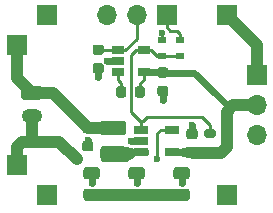
<source format=gtl>
%TF.GenerationSoftware,KiCad,Pcbnew,(5.1.9)-1*%
%TF.CreationDate,2021-09-17T21:45:03+01:00*%
%TF.ProjectId,led-addon,6c65642d-6164-4646-9f6e-2e6b69636164,rev?*%
%TF.SameCoordinates,Original*%
%TF.FileFunction,Copper,L1,Top*%
%TF.FilePolarity,Positive*%
%FSLAX46Y46*%
G04 Gerber Fmt 4.6, Leading zero omitted, Abs format (unit mm)*
G04 Created by KiCad (PCBNEW (5.1.9)-1) date 2021-09-17 21:45:03*
%MOMM*%
%LPD*%
G01*
G04 APERTURE LIST*
%TA.AperFunction,ComponentPad*%
%ADD10O,1.700000X1.700000*%
%TD*%
%TA.AperFunction,ComponentPad*%
%ADD11R,1.700000X1.700000*%
%TD*%
%TA.AperFunction,SMDPad,CuDef*%
%ADD12R,0.700000X0.600000*%
%TD*%
%TA.AperFunction,SMDPad,CuDef*%
%ADD13R,1.060000X0.650000*%
%TD*%
%TA.AperFunction,ComponentPad*%
%ADD14O,1.750000X1.200000*%
%TD*%
%TA.AperFunction,SMDPad,CuDef*%
%ADD15R,1.220000X0.650000*%
%TD*%
%TA.AperFunction,ViaPad*%
%ADD16C,0.600000*%
%TD*%
%TA.AperFunction,Conductor*%
%ADD17C,0.600000*%
%TD*%
%TA.AperFunction,Conductor*%
%ADD18C,1.000000*%
%TD*%
%TA.AperFunction,Conductor*%
%ADD19C,0.250000*%
%TD*%
%TA.AperFunction,Conductor*%
%ADD20C,0.254000*%
%TD*%
%TA.AperFunction,Conductor*%
%ADD21C,0.100000*%
%TD*%
G04 APERTURE END LIST*
D10*
%TO.P,SW1,3*%
%TO.N,N/C*%
X43180000Y-35560000D03*
%TO.P,SW1,2*%
%TO.N,VCC*%
X43180000Y-33020000D03*
D11*
%TO.P,SW1,1*%
%TO.N,Net-(J1-Pad1)*%
X43180000Y-30480000D03*
%TD*%
D12*
%TO.P,D3,1*%
%TO.N,Net-(D3-Pad1)*%
X36703000Y-27494000D03*
%TO.P,D3,2*%
%TO.N,Net-(D2-Pad1)*%
X36703000Y-28894000D03*
%TD*%
%TO.P,D2,1*%
%TO.N,Net-(D2-Pad1)*%
X35179000Y-28894000D03*
%TO.P,D2,2*%
%TO.N,Net-(D2-Pad2)*%
X35179000Y-27494000D03*
%TD*%
D13*
%TO.P,U2,5*%
%TO.N,Net-(D2-Pad1)*%
X33612000Y-28387000D03*
%TO.P,U2,4*%
%TO.N,VCC*%
X33612000Y-30287000D03*
%TO.P,U2,3*%
%TO.N,Net-(R5-Pad2)*%
X31412000Y-30287000D03*
%TO.P,U2,2*%
%TO.N,GND*%
X31412000Y-29337000D03*
%TO.P,U2,1*%
%TO.N,Net-(C4-Pad1)*%
X31412000Y-28387000D03*
%TD*%
D10*
%TO.P,RV1,3*%
%TO.N,Net-(D2-Pad2)*%
X30480000Y-25400000D03*
%TO.P,RV1,2*%
%TO.N,Net-(C4-Pad1)*%
X33020000Y-25400000D03*
D11*
%TO.P,RV1,1*%
%TO.N,Net-(D3-Pad1)*%
X35560000Y-25400000D03*
%TD*%
%TO.P,R5,2*%
%TO.N,Net-(R5-Pad2)*%
%TA.AperFunction,SMDPad,CuDef*%
G36*
G01*
X32162000Y-31684250D02*
X32162000Y-32196750D01*
G75*
G02*
X31943250Y-32415500I-218750J0D01*
G01*
X31505750Y-32415500D01*
G75*
G02*
X31287000Y-32196750I0J218750D01*
G01*
X31287000Y-31684250D01*
G75*
G02*
X31505750Y-31465500I218750J0D01*
G01*
X31943250Y-31465500D01*
G75*
G02*
X32162000Y-31684250I0J-218750D01*
G01*
G37*
%TD.AperFunction*%
%TO.P,R5,1*%
%TO.N,VCC*%
%TA.AperFunction,SMDPad,CuDef*%
G36*
G01*
X33737000Y-31684250D02*
X33737000Y-32196750D01*
G75*
G02*
X33518250Y-32415500I-218750J0D01*
G01*
X33080750Y-32415500D01*
G75*
G02*
X32862000Y-32196750I0J218750D01*
G01*
X32862000Y-31684250D01*
G75*
G02*
X33080750Y-31465500I218750J0D01*
G01*
X33518250Y-31465500D01*
G75*
G02*
X33737000Y-31684250I0J-218750D01*
G01*
G37*
%TD.AperFunction*%
%TD*%
%TO.P,C4,2*%
%TO.N,GND*%
%TA.AperFunction,SMDPad,CuDef*%
G36*
G01*
X29525250Y-29496500D02*
X30037750Y-29496500D01*
G75*
G02*
X30256500Y-29715250I0J-218750D01*
G01*
X30256500Y-30152750D01*
G75*
G02*
X30037750Y-30371500I-218750J0D01*
G01*
X29525250Y-30371500D01*
G75*
G02*
X29306500Y-30152750I0J218750D01*
G01*
X29306500Y-29715250D01*
G75*
G02*
X29525250Y-29496500I218750J0D01*
G01*
G37*
%TD.AperFunction*%
%TO.P,C4,1*%
%TO.N,Net-(C4-Pad1)*%
%TA.AperFunction,SMDPad,CuDef*%
G36*
G01*
X29525250Y-27921500D02*
X30037750Y-27921500D01*
G75*
G02*
X30256500Y-28140250I0J-218750D01*
G01*
X30256500Y-28577750D01*
G75*
G02*
X30037750Y-28796500I-218750J0D01*
G01*
X29525250Y-28796500D01*
G75*
G02*
X29306500Y-28577750I0J218750D01*
G01*
X29306500Y-28140250D01*
G75*
G02*
X29525250Y-27921500I218750J0D01*
G01*
G37*
%TD.AperFunction*%
%TD*%
%TO.P,C3,2*%
%TO.N,GND*%
%TA.AperFunction,SMDPad,CuDef*%
G36*
G01*
X34986250Y-31427000D02*
X35498750Y-31427000D01*
G75*
G02*
X35717500Y-31645750I0J-218750D01*
G01*
X35717500Y-32083250D01*
G75*
G02*
X35498750Y-32302000I-218750J0D01*
G01*
X34986250Y-32302000D01*
G75*
G02*
X34767500Y-32083250I0J218750D01*
G01*
X34767500Y-31645750D01*
G75*
G02*
X34986250Y-31427000I218750J0D01*
G01*
G37*
%TD.AperFunction*%
%TO.P,C3,1*%
%TO.N,VCC*%
%TA.AperFunction,SMDPad,CuDef*%
G36*
G01*
X34986250Y-29852000D02*
X35498750Y-29852000D01*
G75*
G02*
X35717500Y-30070750I0J-218750D01*
G01*
X35717500Y-30508250D01*
G75*
G02*
X35498750Y-30727000I-218750J0D01*
G01*
X34986250Y-30727000D01*
G75*
G02*
X34767500Y-30508250I0J218750D01*
G01*
X34767500Y-30070750D01*
G75*
G02*
X34986250Y-29852000I218750J0D01*
G01*
G37*
%TD.AperFunction*%
%TD*%
D14*
%TO.P,D1,2*%
%TO.N,Net-(D1-Pad2)*%
X24130000Y-34004000D03*
%TO.P,D1,1*%
%TO.N,Net-(C2-Pad1)*%
%TA.AperFunction,ComponentPad*%
G36*
G01*
X23504999Y-31404000D02*
X24755001Y-31404000D01*
G75*
G02*
X25005000Y-31653999I0J-249999D01*
G01*
X25005000Y-32354001D01*
G75*
G02*
X24755001Y-32604000I-249999J0D01*
G01*
X23504999Y-32604000D01*
G75*
G02*
X23255000Y-32354001I0J249999D01*
G01*
X23255000Y-31653999D01*
G75*
G02*
X23504999Y-31404000I249999J0D01*
G01*
G37*
%TD.AperFunction*%
%TD*%
%TO.P,R4,2*%
%TO.N,Net-(D2-Pad1)*%
%TA.AperFunction,SMDPad,CuDef*%
G36*
G01*
X39518000Y-35833500D02*
X38968000Y-35833500D01*
G75*
G02*
X38768000Y-35633500I0J200000D01*
G01*
X38768000Y-35233500D01*
G75*
G02*
X38968000Y-35033500I200000J0D01*
G01*
X39518000Y-35033500D01*
G75*
G02*
X39718000Y-35233500I0J-200000D01*
G01*
X39718000Y-35633500D01*
G75*
G02*
X39518000Y-35833500I-200000J0D01*
G01*
G37*
%TD.AperFunction*%
%TO.P,R4,1*%
%TO.N,VCC*%
%TA.AperFunction,SMDPad,CuDef*%
G36*
G01*
X39518000Y-37483500D02*
X38968000Y-37483500D01*
G75*
G02*
X38768000Y-37283500I0J200000D01*
G01*
X38768000Y-36883500D01*
G75*
G02*
X38968000Y-36683500I200000J0D01*
G01*
X39518000Y-36683500D01*
G75*
G02*
X39718000Y-36883500I0J-200000D01*
G01*
X39718000Y-37283500D01*
G75*
G02*
X39518000Y-37483500I-200000J0D01*
G01*
G37*
%TD.AperFunction*%
%TD*%
%TO.P,R3,2*%
%TO.N,GND*%
%TA.AperFunction,SMDPad,CuDef*%
G36*
G01*
X28759999Y-40127500D02*
X29660001Y-40127500D01*
G75*
G02*
X29910000Y-40377499I0J-249999D01*
G01*
X29910000Y-40902501D01*
G75*
G02*
X29660001Y-41152500I-249999J0D01*
G01*
X28759999Y-41152500D01*
G75*
G02*
X28510000Y-40902501I0J249999D01*
G01*
X28510000Y-40377499D01*
G75*
G02*
X28759999Y-40127500I249999J0D01*
G01*
G37*
%TD.AperFunction*%
%TO.P,R3,1*%
%TO.N,Net-(JP3-Pad2)*%
%TA.AperFunction,SMDPad,CuDef*%
G36*
G01*
X28759999Y-38302500D02*
X29660001Y-38302500D01*
G75*
G02*
X29910000Y-38552499I0J-249999D01*
G01*
X29910000Y-39077501D01*
G75*
G02*
X29660001Y-39327500I-249999J0D01*
G01*
X28759999Y-39327500D01*
G75*
G02*
X28510000Y-39077501I0J249999D01*
G01*
X28510000Y-38552499D01*
G75*
G02*
X28759999Y-38302500I249999J0D01*
G01*
G37*
%TD.AperFunction*%
%TD*%
%TO.P,R2,2*%
%TO.N,GND*%
%TA.AperFunction,SMDPad,CuDef*%
G36*
G01*
X32569999Y-40127500D02*
X33470001Y-40127500D01*
G75*
G02*
X33720000Y-40377499I0J-249999D01*
G01*
X33720000Y-40902501D01*
G75*
G02*
X33470001Y-41152500I-249999J0D01*
G01*
X32569999Y-41152500D01*
G75*
G02*
X32320000Y-40902501I0J249999D01*
G01*
X32320000Y-40377499D01*
G75*
G02*
X32569999Y-40127500I249999J0D01*
G01*
G37*
%TD.AperFunction*%
%TO.P,R2,1*%
%TO.N,Net-(JP2-Pad2)*%
%TA.AperFunction,SMDPad,CuDef*%
G36*
G01*
X32569999Y-38302500D02*
X33470001Y-38302500D01*
G75*
G02*
X33720000Y-38552499I0J-249999D01*
G01*
X33720000Y-39077501D01*
G75*
G02*
X33470001Y-39327500I-249999J0D01*
G01*
X32569999Y-39327500D01*
G75*
G02*
X32320000Y-39077501I0J249999D01*
G01*
X32320000Y-38552499D01*
G75*
G02*
X32569999Y-38302500I249999J0D01*
G01*
G37*
%TD.AperFunction*%
%TD*%
%TO.P,R1,2*%
%TO.N,GND*%
%TA.AperFunction,SMDPad,CuDef*%
G36*
G01*
X36379999Y-40127500D02*
X37280001Y-40127500D01*
G75*
G02*
X37530000Y-40377499I0J-249999D01*
G01*
X37530000Y-40902501D01*
G75*
G02*
X37280001Y-41152500I-249999J0D01*
G01*
X36379999Y-41152500D01*
G75*
G02*
X36130000Y-40902501I0J249999D01*
G01*
X36130000Y-40377499D01*
G75*
G02*
X36379999Y-40127500I249999J0D01*
G01*
G37*
%TD.AperFunction*%
%TO.P,R1,1*%
%TO.N,Net-(JP1-Pad2)*%
%TA.AperFunction,SMDPad,CuDef*%
G36*
G01*
X36379999Y-38302500D02*
X37280001Y-38302500D01*
G75*
G02*
X37530000Y-38552499I0J-249999D01*
G01*
X37530000Y-39077501D01*
G75*
G02*
X37280001Y-39327500I-249999J0D01*
G01*
X36379999Y-39327500D01*
G75*
G02*
X36130000Y-39077501I0J249999D01*
G01*
X36130000Y-38552499D01*
G75*
G02*
X36379999Y-38302500I249999J0D01*
G01*
G37*
%TD.AperFunction*%
%TD*%
%TO.P,L1,2*%
%TO.N,Net-(L1-Pad2)*%
%TA.AperFunction,SMDPad,CuDef*%
G36*
G01*
X30201500Y-36518000D02*
X31901500Y-36518000D01*
G75*
G02*
X32151500Y-36768000I0J-250000D01*
G01*
X32151500Y-37518000D01*
G75*
G02*
X31901500Y-37768000I-250000J0D01*
G01*
X30201500Y-37768000D01*
G75*
G02*
X29951500Y-37518000I0J250000D01*
G01*
X29951500Y-36768000D01*
G75*
G02*
X30201500Y-36518000I250000J0D01*
G01*
G37*
%TD.AperFunction*%
%TO.P,L1,1*%
%TO.N,Net-(C2-Pad1)*%
%TA.AperFunction,SMDPad,CuDef*%
G36*
G01*
X30201500Y-34368000D02*
X31901500Y-34368000D01*
G75*
G02*
X32151500Y-34618000I0J-250000D01*
G01*
X32151500Y-35368000D01*
G75*
G02*
X31901500Y-35618000I-250000J0D01*
G01*
X30201500Y-35618000D01*
G75*
G02*
X29951500Y-35368000I0J250000D01*
G01*
X29951500Y-34618000D01*
G75*
G02*
X30201500Y-34368000I250000J0D01*
G01*
G37*
%TD.AperFunction*%
%TD*%
D15*
%TO.P,U1,5*%
%TO.N,Net-(D1-Pad2)*%
X36044500Y-35118000D03*
%TO.P,U1,4*%
%TO.N,VCC*%
X36044500Y-37018000D03*
%TO.P,U1,3*%
%TO.N,Net-(L1-Pad2)*%
X33424500Y-37018000D03*
%TO.P,U1,2*%
%TO.N,GND*%
X33424500Y-36068000D03*
%TO.P,U1,1*%
%TO.N,Net-(D2-Pad1)*%
X33424500Y-35118000D03*
%TD*%
D11*
%TO.P,J3,1*%
%TO.N,Net-(D1-Pad2)*%
X22860000Y-38100000D03*
%TD*%
%TO.P,J2,1*%
%TO.N,Net-(C2-Pad1)*%
X22860000Y-27940000D03*
%TD*%
%TO.P,C2,2*%
%TO.N,GND*%
%TA.AperFunction,SMDPad,CuDef*%
G36*
G01*
X28642500Y-36075500D02*
X29142500Y-36075500D01*
G75*
G02*
X29367500Y-36300500I0J-225000D01*
G01*
X29367500Y-36750500D01*
G75*
G02*
X29142500Y-36975500I-225000J0D01*
G01*
X28642500Y-36975500D01*
G75*
G02*
X28417500Y-36750500I0J225000D01*
G01*
X28417500Y-36300500D01*
G75*
G02*
X28642500Y-36075500I225000J0D01*
G01*
G37*
%TD.AperFunction*%
%TO.P,C2,1*%
%TO.N,Net-(C2-Pad1)*%
%TA.AperFunction,SMDPad,CuDef*%
G36*
G01*
X28642500Y-34525500D02*
X29142500Y-34525500D01*
G75*
G02*
X29367500Y-34750500I0J-225000D01*
G01*
X29367500Y-35200500D01*
G75*
G02*
X29142500Y-35425500I-225000J0D01*
G01*
X28642500Y-35425500D01*
G75*
G02*
X28417500Y-35200500I0J225000D01*
G01*
X28417500Y-34750500D01*
G75*
G02*
X28642500Y-34525500I225000J0D01*
G01*
G37*
%TD.AperFunction*%
%TD*%
%TO.P,C1,2*%
%TO.N,GND*%
%TA.AperFunction,SMDPad,CuDef*%
G36*
G01*
X37969000Y-35933500D02*
X37469000Y-35933500D01*
G75*
G02*
X37244000Y-35708500I0J225000D01*
G01*
X37244000Y-35258500D01*
G75*
G02*
X37469000Y-35033500I225000J0D01*
G01*
X37969000Y-35033500D01*
G75*
G02*
X38194000Y-35258500I0J-225000D01*
G01*
X38194000Y-35708500D01*
G75*
G02*
X37969000Y-35933500I-225000J0D01*
G01*
G37*
%TD.AperFunction*%
%TO.P,C1,1*%
%TO.N,VCC*%
%TA.AperFunction,SMDPad,CuDef*%
G36*
G01*
X37969000Y-37483500D02*
X37469000Y-37483500D01*
G75*
G02*
X37244000Y-37258500I0J225000D01*
G01*
X37244000Y-36808500D01*
G75*
G02*
X37469000Y-36583500I225000J0D01*
G01*
X37969000Y-36583500D01*
G75*
G02*
X38194000Y-36808500I0J-225000D01*
G01*
X38194000Y-37258500D01*
G75*
G02*
X37969000Y-37483500I-225000J0D01*
G01*
G37*
%TD.AperFunction*%
%TD*%
%TO.P,J8,1*%
%TO.N,N/C*%
X25400000Y-40640000D03*
%TD*%
%TO.P,J6,1*%
%TO.N,GND*%
X40640000Y-40640000D03*
%TD*%
%TO.P,J5,1*%
%TO.N,N/C*%
X25400000Y-25400000D03*
%TD*%
%TO.P,J1,1*%
%TO.N,Net-(J1-Pad1)*%
X40640000Y-25400000D03*
%TD*%
D16*
%TO.N,GND*%
X32512000Y-36068000D03*
X34925000Y-40640000D03*
X31115000Y-40640000D03*
X28891544Y-35992830D03*
X37722019Y-34700000D03*
X29781500Y-30670500D03*
X30543816Y-29337000D03*
X35242500Y-32639000D03*
%TO.N,Net-(D1-Pad2)*%
X34783000Y-37577000D03*
X27940000Y-37592000D03*
%TO.N,Net-(JP1-Pad2)*%
X36830000Y-39624000D03*
%TO.N,Net-(JP2-Pad2)*%
X33020000Y-39624000D03*
%TO.N,Net-(JP3-Pad2)*%
X29210000Y-39624000D03*
%TO.N,Net-(D2-Pad2)*%
X35179000Y-26924000D03*
%TD*%
D17*
%TO.N,GND*%
X33424500Y-36068000D02*
X32512000Y-36068000D01*
D18*
X36830000Y-40640000D02*
X34925000Y-40640000D01*
X33020000Y-40640000D02*
X34925000Y-40640000D01*
X33020000Y-40640000D02*
X31115000Y-40640000D01*
X29210000Y-40640000D02*
X31115000Y-40640000D01*
D17*
X28892500Y-36525500D02*
X28892500Y-35993786D01*
X28892500Y-35993786D02*
X28891544Y-35992830D01*
X29781500Y-29934000D02*
X29946500Y-29934000D01*
X37719000Y-34703019D02*
X37722019Y-34700000D01*
X37719000Y-35483500D02*
X37719000Y-34703019D01*
X29781500Y-29934000D02*
X29781500Y-30670500D01*
X31412000Y-29337000D02*
X30543816Y-29337000D01*
X35242500Y-31864500D02*
X35242500Y-32639000D01*
D18*
%TO.N,VCC*%
X38481500Y-37083500D02*
X39243000Y-37083500D01*
X38481000Y-37084000D02*
X38481500Y-37083500D01*
X38481000Y-37084000D02*
X37769500Y-37084000D01*
D17*
X35214500Y-30287000D02*
X35217000Y-30289500D01*
X33612000Y-30287000D02*
X35214500Y-30287000D01*
D19*
X33612000Y-30287000D02*
X33612000Y-30888000D01*
X33299500Y-31200500D02*
X33299500Y-31940500D01*
X33612000Y-30888000D02*
X33299500Y-31200500D01*
D18*
X40132500Y-37083500D02*
X39243000Y-37083500D01*
X40640000Y-36576000D02*
X40132500Y-37083500D01*
X40640000Y-33591500D02*
X40640000Y-36576000D01*
X41211500Y-33020000D02*
X40640000Y-33591500D01*
X43180000Y-33020000D02*
X41211500Y-33020000D01*
D17*
X39751000Y-32131000D02*
X40925750Y-33305750D01*
X37909500Y-30289500D02*
X39751000Y-32131000D01*
X35242500Y-30289500D02*
X37909500Y-30289500D01*
D18*
%TO.N,Net-(C2-Pad1)*%
X22860000Y-30734000D02*
X24130000Y-32004000D01*
X22860000Y-27940000D02*
X22860000Y-30734000D01*
X28910000Y-34993000D02*
X28892500Y-34975500D01*
X31051500Y-34993000D02*
X28910000Y-34993000D01*
X25921000Y-32004000D02*
X24130000Y-32004000D01*
X28892500Y-34975500D02*
X25921000Y-32004000D01*
D17*
%TO.N,Net-(L1-Pad2)*%
X31176500Y-37018000D02*
X31110500Y-37084000D01*
D19*
%TO.N,Net-(D1-Pad2)*%
X36044500Y-35118000D02*
X35049500Y-35118000D01*
X34783000Y-35384500D02*
X34783000Y-37577000D01*
X35049500Y-35118000D02*
X34783000Y-35384500D01*
D18*
X27940000Y-37587500D02*
X27940000Y-37592000D01*
X22860000Y-38100000D02*
X22860000Y-36576000D01*
X22860000Y-36576000D02*
X23304500Y-36131500D01*
X26479500Y-36131500D02*
X27940000Y-37592000D01*
X24130000Y-35814000D02*
X23812500Y-36131500D01*
X24130000Y-34004000D02*
X24130000Y-35814000D01*
X23812500Y-36131500D02*
X26479500Y-36131500D01*
X23304500Y-36131500D02*
X23812500Y-36131500D01*
D17*
%TO.N,Net-(JP1-Pad2)*%
X36830000Y-38815000D02*
X36830000Y-39624000D01*
%TO.N,Net-(JP2-Pad2)*%
X33020000Y-38815000D02*
X33020000Y-39624000D01*
%TO.N,Net-(JP3-Pad2)*%
X29210000Y-38815000D02*
X29210000Y-39624000D01*
D19*
%TO.N,Net-(C4-Pad1)*%
X31384000Y-28359000D02*
X31412000Y-28387000D01*
X29781500Y-28359000D02*
X31384000Y-28359000D01*
X33020000Y-27432000D02*
X33020000Y-25400000D01*
X32065000Y-28387000D02*
X33020000Y-27432000D01*
X31412000Y-28387000D02*
X32065000Y-28387000D01*
%TO.N,Net-(D2-Pad2)*%
X35179000Y-26924000D02*
X35179000Y-27494000D01*
%TO.N,Net-(D2-Pad1)*%
X33415500Y-35109000D02*
X33424500Y-35118000D01*
X33424500Y-34520500D02*
X33424500Y-35118000D01*
X33612000Y-28387000D02*
X34229000Y-28387000D01*
X34736000Y-28894000D02*
X35179000Y-28894000D01*
X34229000Y-28387000D02*
X34736000Y-28894000D01*
X35179000Y-28894000D02*
X36703000Y-28894000D01*
X33202000Y-34298000D02*
X33424500Y-34520500D01*
X38574998Y-34074998D02*
X33870002Y-34074998D01*
X39243000Y-34743000D02*
X38574998Y-34074998D01*
X39243000Y-35433500D02*
X39243000Y-34743000D01*
X33276500Y-34372500D02*
X33202000Y-34298000D01*
X33572500Y-34372500D02*
X33276500Y-34372500D01*
X33870002Y-34074998D02*
X33572500Y-34372500D01*
X33572500Y-34372500D02*
X33424500Y-34520500D01*
X32512000Y-33608000D02*
X33202000Y-34298000D01*
X32512000Y-28829000D02*
X32512000Y-33608000D01*
X32954000Y-28387000D02*
X32512000Y-28829000D01*
X33612000Y-28387000D02*
X32954000Y-28387000D01*
%TO.N,Net-(D3-Pad1)*%
X36703000Y-26987500D02*
X36703000Y-27494000D01*
X35877500Y-26733500D02*
X36449000Y-26733500D01*
X36449000Y-26733500D02*
X36703000Y-26987500D01*
X35560000Y-25400000D02*
X35560000Y-26416000D01*
X35560000Y-26416000D02*
X35877500Y-26733500D01*
%TO.N,Net-(R5-Pad2)*%
X31412000Y-30287000D02*
X31412000Y-30904000D01*
X31724500Y-31216500D02*
X31724500Y-31940500D01*
X31412000Y-30904000D02*
X31724500Y-31216500D01*
D18*
%TO.N,Net-(J1-Pad1)*%
X43180000Y-27940000D02*
X40640000Y-25400000D01*
X43180000Y-30480000D02*
X43180000Y-27940000D01*
%TD*%
D20*
%TO.N,Net-(L1-Pad2)*%
X32781449Y-36825350D02*
X32815394Y-36830000D01*
X33888500Y-36830894D01*
X33888500Y-37227000D01*
X32829500Y-37227000D01*
X32804724Y-37229440D01*
X32780899Y-37236667D01*
X32763091Y-37245746D01*
X32095149Y-37655500D01*
X30099000Y-37655500D01*
X30099000Y-36639500D01*
X32113657Y-36639500D01*
X32781449Y-36825350D01*
%TA.AperFunction,Conductor*%
D21*
G36*
X32781449Y-36825350D02*
G01*
X32815394Y-36830000D01*
X33888500Y-36830894D01*
X33888500Y-37227000D01*
X32829500Y-37227000D01*
X32804724Y-37229440D01*
X32780899Y-37236667D01*
X32763091Y-37245746D01*
X32095149Y-37655500D01*
X30099000Y-37655500D01*
X30099000Y-36639500D01*
X32113657Y-36639500D01*
X32781449Y-36825350D01*
G37*
%TD.AperFunction*%
%TD*%
D20*
%TO.N,VCC*%
X38100000Y-37338000D02*
X37287077Y-37338000D01*
X36664407Y-37213466D01*
X36639500Y-37211000D01*
X35560000Y-37211000D01*
X35560000Y-36830000D01*
X36639500Y-36830000D01*
X36664407Y-36827534D01*
X37287077Y-36703000D01*
X38100000Y-36703000D01*
X38100000Y-37338000D01*
%TA.AperFunction,Conductor*%
D21*
G36*
X38100000Y-37338000D02*
G01*
X37287077Y-37338000D01*
X36664407Y-37213466D01*
X36639500Y-37211000D01*
X35560000Y-37211000D01*
X35560000Y-36830000D01*
X36639500Y-36830000D01*
X36664407Y-36827534D01*
X37287077Y-36703000D01*
X38100000Y-36703000D01*
X38100000Y-37338000D01*
G37*
%TD.AperFunction*%
%TD*%
M02*

</source>
